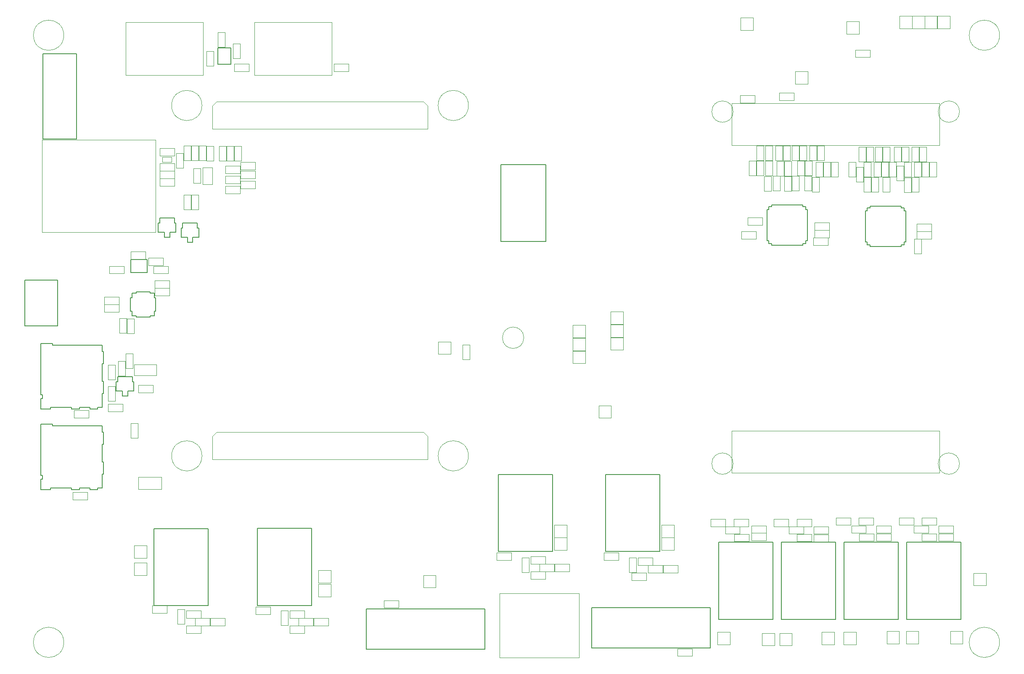
<source format=gbr>
%TF.GenerationSoftware,KiCad,Pcbnew,9.0.2*%
%TF.CreationDate,2025-10-06T13:03:54-05:00*%
%TF.ProjectId,PSEC5_Ctrl_Board,50534543-355f-4437-9472-6c5f426f6172,rev?*%
%TF.SameCoordinates,Original*%
%TF.FileFunction,Other,User*%
%FSLAX46Y46*%
G04 Gerber Fmt 4.6, Leading zero omitted, Abs format (unit mm)*
G04 Created by KiCad (PCBNEW 9.0.2) date 2025-10-06 13:03:54*
%MOMM*%
%LPD*%
G01*
G04 APERTURE LIST*
%ADD10C,0.050000*%
%ADD11C,0.152400*%
G04 APERTURE END LIST*
D10*
%TO.C,TP21*%
X121940000Y-150388000D02*
X121940000Y-152888000D01*
X121940000Y-150388000D02*
X124440000Y-150388000D01*
X124440000Y-152888000D02*
X121940000Y-152888000D01*
X124440000Y-152888000D02*
X124440000Y-150388000D01*
D11*
%TO.C,U16*%
X176962000Y-157936000D02*
X200838000Y-157936000D01*
X176962000Y-166064000D02*
X176962000Y-157936000D01*
X200838000Y-157936000D02*
X200838000Y-166064000D01*
X200838000Y-166064000D02*
X176962000Y-166064000D01*
D10*
%TO.C,R68*%
X79534000Y-113328000D02*
X80994000Y-113328000D01*
X79534000Y-116288000D02*
X79534000Y-113328000D01*
X80994000Y-113328000D02*
X80994000Y-116288000D01*
X80994000Y-116288000D02*
X79534000Y-116288000D01*
%TO.C,R62*%
X218345000Y-67862000D02*
X219805000Y-67862000D01*
X218345000Y-70822000D02*
X218345000Y-67862000D01*
X219805000Y-67862000D02*
X219805000Y-70822000D01*
X219805000Y-70822000D02*
X218345000Y-70822000D01*
%TO.C,SW2*%
X109040000Y-39912000D02*
X124640000Y-39912000D01*
X109040000Y-50512000D02*
X109040000Y-39912000D01*
X124640000Y-39912000D02*
X124640000Y-50512000D01*
X124640000Y-50512000D02*
X109040000Y-50512000D01*
%TO.C,T1*%
X66304000Y-63553000D02*
X89144000Y-63553000D01*
X66304000Y-82243000D02*
X66304000Y-63553000D01*
X89144000Y-63553000D02*
X89144000Y-82243000D01*
X89144000Y-82243000D02*
X66304000Y-82243000D01*
%TO.C,R18*%
X242360000Y-80550000D02*
X245320000Y-80550000D01*
X242360000Y-82010000D02*
X242360000Y-80550000D01*
X245320000Y-80550000D02*
X245320000Y-82010000D01*
X245320000Y-82010000D02*
X242360000Y-82010000D01*
%TO.C,C27*%
X116122000Y-161576000D02*
X119082000Y-161576000D01*
X116122000Y-163036000D02*
X116122000Y-161576000D01*
X119082000Y-161576000D02*
X119082000Y-163036000D01*
X119082000Y-163036000D02*
X116122000Y-163036000D01*
%TO.C,R83*%
X72688000Y-118142000D02*
X75648000Y-118142000D01*
X72688000Y-119602000D02*
X72688000Y-118142000D01*
X75648000Y-118142000D02*
X75648000Y-119602000D01*
X75648000Y-119602000D02*
X72688000Y-119602000D01*
%TO.C,C7*%
X213392000Y-70910000D02*
X214852000Y-70910000D01*
X213392000Y-73870000D02*
X213392000Y-70910000D01*
X214852000Y-70910000D02*
X214852000Y-73870000D01*
X214852000Y-73870000D02*
X213392000Y-73870000D01*
%TO.C,C122*%
X85642000Y-113062000D02*
X88602000Y-113062000D01*
X85642000Y-114522000D02*
X85642000Y-113062000D01*
X88602000Y-113062000D02*
X88602000Y-114522000D01*
X88602000Y-114522000D02*
X85642000Y-114522000D01*
%TO.C,C18*%
X164636000Y-150654000D02*
X167596000Y-150654000D01*
X164636000Y-152114000D02*
X164636000Y-150654000D01*
X167596000Y-150654000D02*
X167596000Y-152114000D01*
X167596000Y-152114000D02*
X164636000Y-152114000D01*
%TO.C,TP33*%
X173150000Y-106150000D02*
X173150000Y-108650000D01*
X173150000Y-106150000D02*
X175650000Y-106150000D01*
X175650000Y-108650000D02*
X173150000Y-108650000D01*
X175650000Y-108650000D02*
X175650000Y-106150000D01*
%TO.C,R72*%
X210090000Y-64814000D02*
X211550000Y-64814000D01*
X210090000Y-67774000D02*
X210090000Y-64814000D01*
X211550000Y-64814000D02*
X211550000Y-67774000D01*
X211550000Y-67774000D02*
X210090000Y-67774000D01*
%TO.C,R26*%
X106216000Y-69882000D02*
X109176000Y-69882000D01*
X106216000Y-71342000D02*
X106216000Y-69882000D01*
X109176000Y-69882000D02*
X109176000Y-71342000D01*
X109176000Y-71342000D02*
X106216000Y-71342000D01*
%TO.C,C61*%
X96298000Y-74720000D02*
X97758000Y-74720000D01*
X96298000Y-77680000D02*
X96298000Y-74720000D01*
X97758000Y-74720000D02*
X97758000Y-77680000D01*
X97758000Y-77680000D02*
X96298000Y-77680000D01*
%TO.C,C94*%
X83090000Y-106724000D02*
X84550000Y-106724000D01*
X83090000Y-109684000D02*
X83090000Y-106724000D01*
X84550000Y-106724000D02*
X84550000Y-109684000D01*
X84550000Y-109684000D02*
X83090000Y-109684000D01*
D11*
%TO.C,J6*%
X66037399Y-104633400D02*
X66037399Y-106360600D01*
X66037399Y-106360600D02*
X66043000Y-106360600D01*
X66041001Y-115762900D02*
X66041001Y-117871100D01*
X66041001Y-117871100D02*
X67946001Y-117871100D01*
X66043000Y-106360600D02*
X66043000Y-115017400D01*
X66043000Y-115017400D02*
X66357500Y-115017400D01*
X66357500Y-115017400D02*
X66357500Y-115762900D01*
X66357500Y-115762900D02*
X66041001Y-115762900D01*
X67946001Y-117551200D02*
X72243800Y-117551200D01*
X67946001Y-117871100D02*
X67946001Y-117551200D01*
X68399599Y-104633400D02*
X66037399Y-104633400D01*
X68399599Y-104952800D02*
X68399599Y-104633400D01*
X72243800Y-117551200D02*
X72243800Y-117868301D01*
X72243800Y-117868301D02*
X73793200Y-117868301D01*
X73793200Y-117551200D02*
X75943800Y-117551200D01*
X73793200Y-117868301D02*
X73793200Y-117551200D01*
X75943800Y-117551200D02*
X75943800Y-117868301D01*
X75943800Y-117868301D02*
X77493200Y-117868301D01*
X77493200Y-117551200D02*
X78422500Y-117551200D01*
X77493200Y-117868301D02*
X77493200Y-117551200D01*
X78422500Y-104952800D02*
X68399599Y-104952800D01*
X78422500Y-106290110D02*
X78422500Y-104952800D01*
X78422500Y-108753910D02*
X78646000Y-108753910D01*
X78422500Y-112260111D02*
X78422500Y-108753910D01*
X78422500Y-114723911D02*
X78646000Y-114723911D01*
X78422500Y-117551200D02*
X78422500Y-114723911D01*
X78646000Y-106290110D02*
X78422500Y-106290110D01*
X78646000Y-108753910D02*
X78646000Y-106290110D01*
X78646000Y-112260111D02*
X78422500Y-112260111D01*
X78646000Y-114723911D02*
X78646000Y-112260111D01*
D10*
%TO.C,TP2*%
X191028000Y-141244000D02*
X191028000Y-143744000D01*
X191028000Y-141244000D02*
X193528000Y-141244000D01*
X193528000Y-143744000D02*
X191028000Y-143744000D01*
X193528000Y-143744000D02*
X193528000Y-141244000D01*
%TO.C,TP28*%
X246550000Y-38650000D02*
X246550000Y-41150000D01*
X246550000Y-38650000D02*
X249050000Y-38650000D01*
X249050000Y-41150000D02*
X246550000Y-41150000D01*
X249050000Y-41150000D02*
X249050000Y-38650000D01*
%TO.C,H6*%
X152118000Y-56655000D02*
G75*
G02*
X146018000Y-56655000I-3050000J0D01*
G01*
X146018000Y-56655000D02*
G75*
G02*
X152118000Y-56655000I3050000J0D01*
G01*
D11*
%TO.C,J7*%
X158661100Y-68618100D02*
X158661100Y-84086700D01*
X158661100Y-84086700D02*
X167728900Y-84086700D01*
X167728900Y-68618100D02*
X158661100Y-68618100D01*
X167728900Y-84086700D02*
X167728900Y-68618100D01*
D10*
%TO.C,C22*%
X203820000Y-141570000D02*
X206780000Y-141570000D01*
X203820000Y-143030000D02*
X203820000Y-141570000D01*
X206780000Y-141570000D02*
X206780000Y-143030000D01*
X206780000Y-143030000D02*
X203820000Y-143030000D01*
%TO.C,C66*%
X83344000Y-99625000D02*
X84804000Y-99625000D01*
X83344000Y-102585000D02*
X83344000Y-99625000D01*
X84804000Y-99625000D02*
X84804000Y-102585000D01*
X84804000Y-102585000D02*
X83344000Y-102585000D01*
%TO.C,C4*%
X184956000Y-150908000D02*
X187916000Y-150908000D01*
X184956000Y-152368000D02*
X184956000Y-150908000D01*
X187916000Y-150908000D02*
X187916000Y-152368000D01*
X187916000Y-152368000D02*
X184956000Y-152368000D01*
%TO.C,TP31*%
X173150000Y-100950000D02*
X173150000Y-103450000D01*
X173150000Y-100950000D02*
X175650000Y-100950000D01*
X175650000Y-103450000D02*
X173150000Y-103450000D01*
X175650000Y-103450000D02*
X175650000Y-100950000D01*
%TO.C,R53*%
X213900000Y-64814000D02*
X215360000Y-64814000D01*
X213900000Y-67774000D02*
X213900000Y-64814000D01*
X215360000Y-64814000D02*
X215360000Y-67774000D01*
X215360000Y-67774000D02*
X213900000Y-67774000D01*
%TO.C,R28*%
X106216000Y-68104000D02*
X109176000Y-68104000D01*
X106216000Y-69564000D02*
X106216000Y-68104000D01*
X109176000Y-68104000D02*
X109176000Y-69564000D01*
X109176000Y-69564000D02*
X106216000Y-69564000D01*
%TO.C,C20*%
X216620000Y-141570000D02*
X219580000Y-141570000D01*
X216620000Y-143030000D02*
X216620000Y-141570000D01*
X219580000Y-141570000D02*
X219580000Y-143030000D01*
X219580000Y-143030000D02*
X216620000Y-143030000D01*
%TO.C,R15*%
X241332000Y-65068000D02*
X242792000Y-65068000D01*
X241332000Y-68028000D02*
X241332000Y-65068000D01*
X242792000Y-65068000D02*
X242792000Y-68028000D01*
X242792000Y-68028000D02*
X241332000Y-68028000D01*
%TO.C,R42*%
X230820000Y-142970000D02*
X233780000Y-142970000D01*
X230820000Y-144430000D02*
X230820000Y-142970000D01*
X233780000Y-142970000D02*
X233780000Y-144430000D01*
X233780000Y-144430000D02*
X230820000Y-144430000D01*
%TO.C,R98*%
X211868000Y-67862000D02*
X213328000Y-67862000D01*
X211868000Y-70822000D02*
X211868000Y-67862000D01*
X213328000Y-67862000D02*
X213328000Y-70822000D01*
X213328000Y-70822000D02*
X211868000Y-70822000D01*
%TO.C,R25*%
X235490000Y-65068000D02*
X236950000Y-65068000D01*
X235490000Y-68028000D02*
X235490000Y-65068000D01*
X236950000Y-65068000D02*
X236950000Y-68028000D01*
X236950000Y-68028000D02*
X235490000Y-68028000D01*
%TO.C,C74*%
X228632000Y-68116000D02*
X230092000Y-68116000D01*
X228632000Y-71076000D02*
X228632000Y-68116000D01*
X230092000Y-68116000D02*
X230092000Y-71076000D01*
X230092000Y-71076000D02*
X228632000Y-71076000D01*
%TO.C,R58*%
X81566000Y-108248000D02*
X83026000Y-108248000D01*
X81566000Y-111208000D02*
X81566000Y-108248000D01*
X83026000Y-108248000D02*
X83026000Y-111208000D01*
X83026000Y-111208000D02*
X81566000Y-111208000D01*
%TO.C,C12*%
X234220000Y-141370000D02*
X237180000Y-141370000D01*
X234220000Y-142830000D02*
X234220000Y-141370000D01*
X237180000Y-141370000D02*
X237180000Y-142830000D01*
X237180000Y-142830000D02*
X234220000Y-142830000D01*
%TO.C,SW1*%
X83132000Y-39912000D02*
X98732000Y-39912000D01*
X83132000Y-50512000D02*
X83132000Y-39912000D01*
X98732000Y-39912000D02*
X98732000Y-50512000D01*
X98732000Y-50512000D02*
X83132000Y-50512000D01*
%TO.C,C109*%
X207054000Y-82074000D02*
X210014000Y-82074000D01*
X207054000Y-83534000D02*
X207054000Y-82074000D01*
X210014000Y-82074000D02*
X210014000Y-83534000D01*
X210014000Y-83534000D02*
X207054000Y-83534000D01*
D11*
%TO.C,LDO4*%
X109601000Y-141935200D02*
X120523000Y-141935200D01*
X109601000Y-157454600D02*
X109601000Y-141935200D01*
X120523000Y-141935200D02*
X120523000Y-157454600D01*
X120523000Y-157454600D02*
X109601000Y-157454600D01*
D10*
%TO.C,R51*%
X217202000Y-64814000D02*
X218662000Y-64814000D01*
X217202000Y-67774000D02*
X217202000Y-64814000D01*
X218662000Y-64814000D02*
X218662000Y-67774000D01*
X218662000Y-67774000D02*
X217202000Y-67774000D01*
%TO.C,R14*%
X100120000Y-160052000D02*
X103080000Y-160052000D01*
X100120000Y-161512000D02*
X100120000Y-160052000D01*
X103080000Y-160052000D02*
X103080000Y-161512000D01*
X103080000Y-161512000D02*
X100120000Y-161512000D01*
%TO.C,C46*%
X89973000Y-71406000D02*
X92933000Y-71406000D01*
X89973000Y-72866000D02*
X89973000Y-71406000D01*
X92933000Y-71406000D02*
X92933000Y-72866000D01*
X92933000Y-72866000D02*
X89973000Y-72866000D01*
%TO.C,C21*%
X104934000Y-64827000D02*
X106394000Y-64827000D01*
X104934000Y-67787000D02*
X104934000Y-64827000D01*
X106394000Y-64827000D02*
X106394000Y-67787000D01*
X106394000Y-67787000D02*
X104934000Y-67787000D01*
%TO.C,R29*%
X194220000Y-166170000D02*
X197180000Y-166170000D01*
X194220000Y-167630000D02*
X194220000Y-166170000D01*
X197180000Y-166170000D02*
X197180000Y-167630000D01*
X197180000Y-167630000D02*
X194220000Y-167630000D01*
%TO.C,C3*%
X246820000Y-141370000D02*
X249780000Y-141370000D01*
X246820000Y-142830000D02*
X246820000Y-141370000D01*
X249780000Y-141370000D02*
X249780000Y-142830000D01*
X249780000Y-142830000D02*
X246820000Y-142830000D01*
D11*
%TO.C,ADC2*%
X212242400Y-77637000D02*
X212547200Y-77637000D01*
X212242400Y-83899000D02*
X212242400Y-77637000D01*
X212547200Y-77008800D02*
X213175400Y-77008800D01*
X212547200Y-77637000D02*
X212547200Y-77008800D01*
X212547200Y-83899000D02*
X212242400Y-83899000D01*
X212547200Y-84527200D02*
X212547200Y-83899000D01*
X213175400Y-76704000D02*
X219437400Y-76704000D01*
X213175400Y-77008800D02*
X213175400Y-76704000D01*
X213175400Y-84527200D02*
X212547200Y-84527200D01*
X213175400Y-84832000D02*
X213175400Y-84527200D01*
X219437400Y-76704000D02*
X219437400Y-77008800D01*
X219437400Y-77008800D02*
X220065600Y-77008800D01*
X219437400Y-84527200D02*
X219437400Y-84832000D01*
X219437400Y-84832000D02*
X213175400Y-84832000D01*
X220065600Y-77008800D02*
X220065600Y-77637000D01*
X220065600Y-77637000D02*
X220370400Y-77637000D01*
X220065600Y-83899000D02*
X220065600Y-84527200D01*
X220065600Y-84527200D02*
X219437400Y-84527200D01*
X220370400Y-77637000D02*
X220370400Y-83899000D01*
X220370400Y-83899000D02*
X220065600Y-83899000D01*
%TO.C,U12*%
X101703899Y-45048000D02*
X104320099Y-45048000D01*
X101703899Y-48356000D02*
X101703899Y-45048000D01*
X104320099Y-45048000D02*
X104320099Y-48356000D01*
X104320099Y-48356000D02*
X101703899Y-48356000D01*
D10*
%TO.C,R38*%
X221620000Y-143170000D02*
X224580000Y-143170000D01*
X221620000Y-144630000D02*
X221620000Y-143170000D01*
X224580000Y-143170000D02*
X224580000Y-144630000D01*
X224580000Y-144630000D02*
X221620000Y-144630000D01*
%TO.C,C52*%
X99359000Y-64827000D02*
X100819000Y-64827000D01*
X99359000Y-67787000D02*
X99359000Y-64827000D01*
X100819000Y-64827000D02*
X100819000Y-67787000D01*
X100819000Y-67787000D02*
X99359000Y-67787000D01*
%TO.C,R96*%
X222028000Y-68116000D02*
X223488000Y-68116000D01*
X222028000Y-71076000D02*
X222028000Y-68116000D01*
X223488000Y-68116000D02*
X223488000Y-71076000D01*
X223488000Y-71076000D02*
X222028000Y-71076000D01*
%TO.C,C15*%
X93504000Y-158286000D02*
X94964000Y-158286000D01*
X93504000Y-161246000D02*
X93504000Y-158286000D01*
X94964000Y-158286000D02*
X94964000Y-161246000D01*
X94964000Y-161246000D02*
X93504000Y-161246000D01*
%TO.C,TP32*%
X173150000Y-103550000D02*
X173150000Y-106050000D01*
X173150000Y-103550000D02*
X175650000Y-103550000D01*
X175650000Y-106050000D02*
X173150000Y-106050000D01*
X175650000Y-106050000D02*
X175650000Y-103550000D01*
%TO.C,R86*%
X214674000Y-54134000D02*
X217634000Y-54134000D01*
X214674000Y-55594000D02*
X214674000Y-54134000D01*
X217634000Y-54134000D02*
X217634000Y-55594000D01*
X217634000Y-55594000D02*
X214674000Y-55594000D01*
%TO.C,TP8*%
X227650000Y-162850000D02*
X227650000Y-165350000D01*
X227650000Y-162850000D02*
X230150000Y-162850000D01*
X230150000Y-165350000D02*
X227650000Y-165350000D01*
X230150000Y-165350000D02*
X230150000Y-162850000D01*
%TO.C,TP15*%
X178350000Y-117150000D02*
X178350000Y-119650000D01*
X178350000Y-117150000D02*
X180850000Y-117150000D01*
X180850000Y-119650000D02*
X178350000Y-119650000D01*
X180850000Y-119650000D02*
X180850000Y-117150000D01*
D11*
%TO.C,J12*%
X66430400Y-46214800D02*
X66430400Y-63385200D01*
X66430400Y-63385200D02*
X73237600Y-63385200D01*
X73237600Y-46214800D02*
X66430400Y-46214800D01*
X73237600Y-63385200D02*
X73237600Y-46214800D01*
D10*
%TO.C,R80*%
X241840000Y-68116000D02*
X243300000Y-68116000D01*
X241840000Y-71076000D02*
X241840000Y-68116000D01*
X243300000Y-68116000D02*
X243300000Y-71076000D01*
X243300000Y-71076000D02*
X241840000Y-71076000D01*
D11*
%TO.C,Q4*%
X81216500Y-112331500D02*
X81511100Y-112331500D01*
X81216500Y-114236500D02*
X81216500Y-112331500D01*
X81216500Y-114236500D02*
X82461100Y-114236500D01*
X81511100Y-112331500D02*
X81511100Y-111353600D01*
X82461100Y-114236500D02*
X82461100Y-115214400D01*
X83527900Y-114236500D02*
X83527900Y-115214400D01*
X83527900Y-115214400D02*
X82461100Y-115214400D01*
X84477900Y-111353600D02*
X81511100Y-111353600D01*
X84477900Y-112331500D02*
X84477900Y-111353600D01*
X84772500Y-112331500D02*
X84477900Y-112331500D01*
X84772500Y-112331500D02*
X84772500Y-114236500D01*
X84772500Y-114236500D02*
X83527900Y-114236500D01*
D10*
%TO.C,R54*%
X211868000Y-64814000D02*
X213328000Y-64814000D01*
X211868000Y-67774000D02*
X211868000Y-64814000D01*
X213328000Y-64814000D02*
X213328000Y-67774000D01*
X213328000Y-67774000D02*
X211868000Y-67774000D01*
D11*
%TO.C,J3*%
X66037399Y-120889400D02*
X66037399Y-122616600D01*
X66037399Y-122616600D02*
X66043000Y-122616600D01*
X66041001Y-132018900D02*
X66041001Y-134127100D01*
X66041001Y-134127100D02*
X67946001Y-134127100D01*
X66043000Y-122616600D02*
X66043000Y-131273400D01*
X66043000Y-131273400D02*
X66357500Y-131273400D01*
X66357500Y-131273400D02*
X66357500Y-132018900D01*
X66357500Y-132018900D02*
X66041001Y-132018900D01*
X67946001Y-133807200D02*
X72243800Y-133807200D01*
X67946001Y-134127100D02*
X67946001Y-133807200D01*
X68399599Y-120889400D02*
X66037399Y-120889400D01*
X68399599Y-121208800D02*
X68399599Y-120889400D01*
X72243800Y-133807200D02*
X72243800Y-134124301D01*
X72243800Y-134124301D02*
X73793200Y-134124301D01*
X73793200Y-133807200D02*
X75943800Y-133807200D01*
X73793200Y-134124301D02*
X73793200Y-133807200D01*
X75943800Y-133807200D02*
X75943800Y-134124301D01*
X75943800Y-134124301D02*
X77493200Y-134124301D01*
X77493200Y-133807200D02*
X78422500Y-133807200D01*
X77493200Y-134124301D02*
X77493200Y-133807200D01*
X78422500Y-121208800D02*
X68399599Y-121208800D01*
X78422500Y-122546110D02*
X78422500Y-121208800D01*
X78422500Y-125009910D02*
X78646000Y-125009910D01*
X78422500Y-128516111D02*
X78422500Y-125009910D01*
X78422500Y-130979911D02*
X78646000Y-130979911D01*
X78422500Y-133807200D02*
X78422500Y-130979911D01*
X78646000Y-122546110D02*
X78422500Y-122546110D01*
X78646000Y-125009910D02*
X78646000Y-122546110D01*
X78646000Y-128516111D02*
X78422500Y-128516111D01*
X78646000Y-130979911D02*
X78646000Y-128516111D01*
D10*
%TO.C,TP4*%
X169438000Y-141244000D02*
X169438000Y-143744000D01*
X169438000Y-141244000D02*
X171938000Y-141244000D01*
X171938000Y-143744000D02*
X169438000Y-143744000D01*
X171938000Y-143744000D02*
X171938000Y-141244000D01*
%TO.C,TP17*%
X253850000Y-150950000D02*
X253850000Y-153450000D01*
X253850000Y-150950000D02*
X256350000Y-150950000D01*
X256350000Y-153450000D02*
X253850000Y-153450000D01*
X256350000Y-153450000D02*
X256350000Y-150950000D01*
%TO.C,TP6*%
X214750000Y-163050000D02*
X214750000Y-165550000D01*
X214750000Y-163050000D02*
X217250000Y-163050000D01*
X217250000Y-165550000D02*
X214750000Y-165550000D01*
X217250000Y-165550000D02*
X217250000Y-163050000D01*
%TO.C,TP23*%
X84856000Y-145414000D02*
X84856000Y-147914000D01*
X84856000Y-145414000D02*
X87356000Y-145414000D01*
X87356000Y-147914000D02*
X84856000Y-147914000D01*
X87356000Y-147914000D02*
X87356000Y-145414000D01*
%TO.C,C111*%
X241840000Y-83610000D02*
X243300000Y-83610000D01*
X241840000Y-86570000D02*
X241840000Y-83610000D01*
X243300000Y-83610000D02*
X243300000Y-86570000D01*
X243300000Y-86570000D02*
X241840000Y-86570000D01*
%TO.C,R101*%
X243420000Y-139770000D02*
X246380000Y-139770000D01*
X243420000Y-141230000D02*
X243420000Y-139770000D01*
X246380000Y-139770000D02*
X246380000Y-141230000D01*
X246380000Y-141230000D02*
X243420000Y-141230000D01*
%TO.C,R13*%
X95294000Y-158528000D02*
X98254000Y-158528000D01*
X95294000Y-159988000D02*
X95294000Y-158528000D01*
X98254000Y-158528000D02*
X98254000Y-159988000D01*
X98254000Y-159988000D02*
X95294000Y-159988000D01*
%TO.C,H2*%
X259050000Y-42500000D02*
G75*
G02*
X252950000Y-42500000I-3050000J0D01*
G01*
X252950000Y-42500000D02*
G75*
G02*
X259050000Y-42500000I3050000J0D01*
G01*
%TO.C,R46*%
X232188000Y-65068000D02*
X233648000Y-65068000D01*
X232188000Y-68028000D02*
X232188000Y-65068000D01*
X233648000Y-65068000D02*
X233648000Y-68028000D01*
X233648000Y-68028000D02*
X232188000Y-68028000D01*
%TO.C,R12*%
X88436000Y-157512000D02*
X91396000Y-157512000D01*
X88436000Y-158972000D02*
X88436000Y-157512000D01*
X91396000Y-157512000D02*
X91396000Y-158972000D01*
X91396000Y-158972000D02*
X88436000Y-158972000D01*
%TO.C,C77*%
X233204000Y-71164000D02*
X234664000Y-71164000D01*
X233204000Y-74124000D02*
X233204000Y-71164000D01*
X234664000Y-71164000D02*
X234664000Y-74124000D01*
X234664000Y-74124000D02*
X233204000Y-74124000D01*
%TO.C,R103*%
X117900000Y-160052000D02*
X120860000Y-160052000D01*
X117900000Y-161512000D02*
X117900000Y-160052000D01*
X120860000Y-160052000D02*
X120860000Y-161512000D01*
X120860000Y-161512000D02*
X117900000Y-161512000D01*
%TO.C,R90*%
X238284000Y-68878000D02*
X239744000Y-68878000D01*
X238284000Y-71838000D02*
X238284000Y-68878000D01*
X239744000Y-68878000D02*
X239744000Y-71838000D01*
X239744000Y-71838000D02*
X238284000Y-71838000D01*
%TO.C,FB2*%
X84780500Y-108862000D02*
X89340500Y-108862000D01*
X84780500Y-111102000D02*
X84780500Y-108862000D01*
X89340500Y-108862000D02*
X89340500Y-111102000D01*
X89340500Y-111102000D02*
X84780500Y-111102000D01*
D11*
%TO.C,U9*%
X84061300Y-95392600D02*
X84366100Y-95392600D01*
X84061300Y-98155400D02*
X84061300Y-95392600D01*
X84366100Y-94526100D02*
X85232600Y-94526100D01*
X84366100Y-95392600D02*
X84366100Y-94526100D01*
X84366100Y-98155400D02*
X84061300Y-98155400D01*
X84366100Y-99021900D02*
X84366100Y-98155400D01*
X85232600Y-94221300D02*
X87995400Y-94221300D01*
X85232600Y-94526100D02*
X85232600Y-94221300D01*
X85232600Y-99021900D02*
X84366100Y-99021900D01*
X85232600Y-99326700D02*
X85232600Y-99021900D01*
X87995400Y-94221300D02*
X87995400Y-94526100D01*
X87995400Y-94526100D02*
X88861900Y-94526100D01*
X87995400Y-99021900D02*
X87995400Y-99326700D01*
X87995400Y-99326700D02*
X85232600Y-99326700D01*
X88861900Y-94526100D02*
X88861900Y-95392600D01*
X88861900Y-95392600D02*
X89166700Y-95392600D01*
X88861900Y-98155400D02*
X88861900Y-99021900D01*
X88861900Y-99021900D02*
X87995400Y-99021900D01*
X89166700Y-95392600D02*
X89166700Y-98155400D01*
X89166700Y-98155400D02*
X88861900Y-98155400D01*
D10*
%TO.C,C26*%
X95294000Y-161576000D02*
X98254000Y-161576000D01*
X95294000Y-163036000D02*
X95294000Y-161576000D01*
X98254000Y-161576000D02*
X98254000Y-163036000D01*
X98254000Y-163036000D02*
X95294000Y-163036000D01*
%TO.C,R33*%
X191369000Y-149384000D02*
X194329000Y-149384000D01*
X191369000Y-150844000D02*
X191369000Y-149384000D01*
X194329000Y-149384000D02*
X194329000Y-150844000D01*
X194329000Y-150844000D02*
X191369000Y-150844000D01*
%TO.C,C63*%
X94800000Y-74720000D02*
X96260000Y-74720000D01*
X94800000Y-77680000D02*
X94800000Y-74720000D01*
X96260000Y-74720000D02*
X96260000Y-77680000D01*
X96260000Y-77680000D02*
X94800000Y-77680000D01*
%TO.C,C49*%
X96298000Y-64814000D02*
X97758000Y-64814000D01*
X96298000Y-67774000D02*
X96298000Y-64814000D01*
X97758000Y-64814000D02*
X97758000Y-67774000D01*
X97758000Y-67774000D02*
X96298000Y-67774000D01*
%TO.C,C48*%
X89973000Y-69882000D02*
X92933000Y-69882000D01*
X89973000Y-71342000D02*
X89973000Y-69882000D01*
X92933000Y-69882000D02*
X92933000Y-71342000D01*
X92933000Y-71342000D02*
X89973000Y-71342000D01*
%TO.C,C25*%
X221266000Y-71164000D02*
X222726000Y-71164000D01*
X221266000Y-74124000D02*
X221266000Y-71164000D01*
X222726000Y-71164000D02*
X222726000Y-74124000D01*
X222726000Y-74124000D02*
X221266000Y-74124000D01*
%TO.C,J10*%
X100583000Y-56756000D02*
X101415000Y-55924000D01*
X100583000Y-61424000D02*
X100583000Y-56756000D01*
X101415000Y-55924000D02*
X143071000Y-55924000D01*
X143071000Y-55924000D02*
X143903000Y-56756000D01*
X143903000Y-56756000D02*
X143903000Y-61424000D01*
X143903000Y-61424000D02*
X100583000Y-61424000D01*
%TO.C,TP13*%
X211250000Y-163050000D02*
X211250000Y-165550000D01*
X211250000Y-163050000D02*
X213750000Y-163050000D01*
X213750000Y-165550000D02*
X211250000Y-165550000D01*
X213750000Y-165550000D02*
X213750000Y-163050000D01*
%TO.C,R36*%
X169462000Y-149130000D02*
X172422000Y-149130000D01*
X169462000Y-150590000D02*
X169462000Y-149130000D01*
X172422000Y-149130000D02*
X172422000Y-150590000D01*
X172422000Y-150590000D02*
X169462000Y-150590000D01*
%TO.C,C98*%
X244888000Y-68116000D02*
X246348000Y-68116000D01*
X244888000Y-71076000D02*
X244888000Y-68116000D01*
X246348000Y-68116000D02*
X246348000Y-71076000D01*
X246348000Y-71076000D02*
X244888000Y-71076000D01*
%TO.C,R99*%
X210090000Y-67862000D02*
X211550000Y-67862000D01*
X210090000Y-70822000D02*
X210090000Y-67862000D01*
X211550000Y-67862000D02*
X211550000Y-70822000D01*
X211550000Y-70822000D02*
X210090000Y-70822000D01*
%TO.C,H1*%
X70650000Y-42500000D02*
G75*
G02*
X64550000Y-42500000I-3050000J0D01*
G01*
X64550000Y-42500000D02*
G75*
G02*
X70650000Y-42500000I3050000J0D01*
G01*
%TO.C,TP1*%
X191028000Y-143784000D02*
X191028000Y-146284000D01*
X191028000Y-143784000D02*
X193528000Y-143784000D01*
X193528000Y-146284000D02*
X191028000Y-146284000D01*
X193528000Y-146284000D02*
X193528000Y-143784000D01*
%TO.C,R107*%
X218220000Y-140070000D02*
X221180000Y-140070000D01*
X218220000Y-141530000D02*
X218220000Y-140070000D01*
X221180000Y-140070000D02*
X221180000Y-141530000D01*
X221180000Y-141530000D02*
X218220000Y-141530000D01*
%TO.C,R87*%
X78784000Y-96806000D02*
X81744000Y-96806000D01*
X78784000Y-98266000D02*
X78784000Y-96806000D01*
X81744000Y-96806000D02*
X81744000Y-98266000D01*
X81744000Y-98266000D02*
X78784000Y-98266000D01*
%TO.C,TP16*%
X143050000Y-151350000D02*
X143050000Y-153850000D01*
X143050000Y-151350000D02*
X145550000Y-151350000D01*
X145550000Y-153850000D02*
X143050000Y-153850000D01*
X145550000Y-153850000D02*
X145550000Y-151350000D01*
%TO.C,C45*%
X79800000Y-89046300D02*
X82760000Y-89046300D01*
X79800000Y-90506300D02*
X79800000Y-89046300D01*
X82760000Y-89046300D02*
X82760000Y-90506300D01*
X82760000Y-90506300D02*
X79800000Y-90506300D01*
%TO.C,J5*%
X100583000Y-123368000D02*
X101415000Y-122536000D01*
X100583000Y-128036000D02*
X100583000Y-123368000D01*
X101415000Y-122536000D02*
X143071000Y-122536000D01*
X143071000Y-122536000D02*
X143903000Y-123368000D01*
X143903000Y-123368000D02*
X143903000Y-128036000D01*
X143903000Y-128036000D02*
X100583000Y-128036000D01*
%TO.C,R41*%
X234220000Y-142970000D02*
X237180000Y-142970000D01*
X234220000Y-144430000D02*
X234220000Y-142970000D01*
X237180000Y-142970000D02*
X237180000Y-144430000D01*
X237180000Y-144430000D02*
X234220000Y-144430000D01*
%TO.C,R20*%
X221849000Y-81820000D02*
X224809000Y-81820000D01*
X221849000Y-83280000D02*
X221849000Y-81820000D01*
X224809000Y-81820000D02*
X224809000Y-83280000D01*
X224809000Y-83280000D02*
X221849000Y-83280000D01*
%TO.C,R93*%
X230156000Y-69069000D02*
X231616000Y-69069000D01*
X230156000Y-72029000D02*
X230156000Y-69069000D01*
X231616000Y-69069000D02*
X231616000Y-72029000D01*
X231616000Y-72029000D02*
X230156000Y-72029000D01*
%TO.C,TP7*%
X236350000Y-162650000D02*
X236350000Y-165150000D01*
X236350000Y-162650000D02*
X238850000Y-162650000D01*
X238850000Y-165150000D02*
X236350000Y-165150000D01*
X238850000Y-165150000D02*
X238850000Y-162650000D01*
%TO.C,H4*%
X259050000Y-164900000D02*
G75*
G02*
X252950000Y-164900000I-3050000J0D01*
G01*
X252950000Y-164900000D02*
G75*
G02*
X259050000Y-164900000I3050000J0D01*
G01*
%TO.C,R92*%
X231680000Y-68116000D02*
X233140000Y-68116000D01*
X231680000Y-71076000D02*
X231680000Y-68116000D01*
X233140000Y-68116000D02*
X233140000Y-71076000D01*
X233140000Y-71076000D02*
X231680000Y-71076000D01*
%TO.C,H5*%
X98468000Y-56655000D02*
G75*
G02*
X92368000Y-56655000I-3050000J0D01*
G01*
X92368000Y-56655000D02*
G75*
G02*
X98468000Y-56655000I3050000J0D01*
G01*
%TO.C,C14*%
X114332000Y-158540000D02*
X115792000Y-158540000D01*
X114332000Y-161500000D02*
X114332000Y-158540000D01*
X115792000Y-158540000D02*
X115792000Y-161500000D01*
X115792000Y-161500000D02*
X114332000Y-161500000D01*
%TO.C,C119*%
X101886000Y-64827000D02*
X103346000Y-64827000D01*
X101886000Y-67787000D02*
X101886000Y-64827000D01*
X103346000Y-64827000D02*
X103346000Y-67787000D01*
X103346000Y-67787000D02*
X101886000Y-67787000D01*
%TO.C,C80*%
X235490000Y-71164000D02*
X236950000Y-71164000D01*
X235490000Y-74124000D02*
X235490000Y-71164000D01*
X236950000Y-71164000D02*
X236950000Y-74124000D01*
X236950000Y-74124000D02*
X235490000Y-74124000D01*
%TO.C,TP11*%
X146070000Y-104287000D02*
X146070000Y-106787000D01*
X146070000Y-104287000D02*
X148570000Y-104287000D01*
X148570000Y-106787000D02*
X146070000Y-106787000D01*
X148570000Y-106787000D02*
X148570000Y-104287000D01*
%TO.C,R66*%
X79534000Y-109010000D02*
X80994000Y-109010000D01*
X79534000Y-111970000D02*
X79534000Y-109010000D01*
X80994000Y-109010000D02*
X80994000Y-111970000D01*
X80994000Y-111970000D02*
X79534000Y-111970000D01*
D11*
%TO.C,LDO9*%
X227739000Y-144740300D02*
X238661000Y-144740300D01*
X227739000Y-160259700D02*
X227739000Y-144740300D01*
X238661000Y-144740300D02*
X238661000Y-160259700D01*
X238661000Y-160259700D02*
X227739000Y-160259700D01*
D10*
%TO.C,R22*%
X93250000Y-66338000D02*
X94710000Y-66338000D01*
X93250000Y-69298000D02*
X93250000Y-66338000D01*
X94710000Y-66338000D02*
X94710000Y-69298000D01*
X94710000Y-69298000D02*
X93250000Y-69298000D01*
%TO.C,JP1*%
X85700000Y-131550000D02*
X85700000Y-134050000D01*
X85700000Y-131550000D02*
X90300000Y-131550000D01*
X90300000Y-134050000D02*
X85700000Y-134050000D01*
X90300000Y-134050000D02*
X90300000Y-131550000D01*
%TO.C,R45*%
X243420000Y-142970000D02*
X246380000Y-142970000D01*
X243420000Y-144430000D02*
X243420000Y-142970000D01*
X246380000Y-142970000D02*
X246380000Y-144430000D01*
X246380000Y-144430000D02*
X243420000Y-144430000D01*
%TO.C,R39*%
X218220000Y-143070000D02*
X221180000Y-143070000D01*
X218220000Y-144530000D02*
X218220000Y-143070000D01*
X221180000Y-143070000D02*
X221180000Y-144530000D01*
X221180000Y-144530000D02*
X218220000Y-144530000D01*
%TO.C,C9*%
X215678000Y-70923000D02*
X217138000Y-70923000D01*
X215678000Y-73883000D02*
X215678000Y-70923000D01*
X217138000Y-70923000D02*
X217138000Y-73883000D01*
X217138000Y-73883000D02*
X215678000Y-73883000D01*
D11*
%TO.C,LDO8*%
X158115000Y-131051300D02*
X169037000Y-131051300D01*
X158115000Y-146570700D02*
X158115000Y-131051300D01*
X169037000Y-131051300D02*
X169037000Y-146570700D01*
X169037000Y-146570700D02*
X158115000Y-146570700D01*
D10*
%TO.C,C13*%
X221620000Y-141570000D02*
X224580000Y-141570000D01*
X221620000Y-143030000D02*
X221620000Y-141570000D01*
X224580000Y-141570000D02*
X224580000Y-143030000D01*
X224580000Y-143030000D02*
X221620000Y-143030000D01*
%TO.C,C72*%
X104680000Y-44240000D02*
X106140000Y-44240000D01*
X104680000Y-47200000D02*
X104680000Y-44240000D01*
X106140000Y-44240000D02*
X106140000Y-47200000D01*
X106140000Y-47200000D02*
X104680000Y-47200000D01*
%TO.C,R44*%
X246820000Y-142970000D02*
X249780000Y-142970000D01*
X246820000Y-144430000D02*
X246820000Y-142970000D01*
X249780000Y-142970000D02*
X249780000Y-144430000D01*
X249780000Y-144430000D02*
X246820000Y-144430000D01*
%TO.C,C93*%
X239808000Y-71177000D02*
X241268000Y-71177000D01*
X239808000Y-74137000D02*
X239808000Y-71177000D01*
X241268000Y-71177000D02*
X241268000Y-74137000D01*
X241268000Y-74137000D02*
X239808000Y-74137000D01*
D11*
%TO.C,J14*%
X62795903Y-91896700D02*
X62795903Y-101103300D01*
X62795903Y-101103300D02*
X69402101Y-101103300D01*
X69402101Y-91896700D02*
X62795903Y-91896700D01*
X69402101Y-101103300D02*
X69402101Y-91896700D01*
D10*
%TO.C,R59*%
X209095000Y-142870000D02*
X212055000Y-142870000D01*
X209095000Y-144330000D02*
X209095000Y-142870000D01*
X212055000Y-142870000D02*
X212055000Y-144330000D01*
X212055000Y-144330000D02*
X209095000Y-144330000D01*
%TO.C,H7*%
X98468000Y-127305000D02*
G75*
G02*
X92368000Y-127305000I-3050000J0D01*
G01*
X92368000Y-127305000D02*
G75*
G02*
X98468000Y-127305000I3050000J0D01*
G01*
D11*
%TO.C,Q8*%
X89662000Y-80327500D02*
X89956600Y-80327500D01*
X89662000Y-82232500D02*
X89662000Y-80327500D01*
X89662000Y-82232500D02*
X90906600Y-82232500D01*
X89956600Y-80327500D02*
X89956600Y-79349600D01*
X90906600Y-82232500D02*
X90906600Y-83210400D01*
X91973400Y-82232500D02*
X91973400Y-83210400D01*
X91973400Y-83210400D02*
X90906600Y-83210400D01*
X92923400Y-79349600D02*
X89956600Y-79349600D01*
X92923400Y-80327500D02*
X92923400Y-79349600D01*
X93218000Y-80327500D02*
X92923400Y-80327500D01*
X93218000Y-80327500D02*
X93218000Y-82232500D01*
X93218000Y-82232500D02*
X91973400Y-82232500D01*
D10*
%TO.C,TP30*%
X180750000Y-103450000D02*
X180750000Y-105950000D01*
X180750000Y-103450000D02*
X183250000Y-103450000D01*
X183250000Y-105950000D02*
X180750000Y-105950000D01*
X183250000Y-105950000D02*
X183250000Y-103450000D01*
%TO.C,R40*%
X213620000Y-140070000D02*
X216580000Y-140070000D01*
X213620000Y-141530000D02*
X213620000Y-140070000D01*
X216580000Y-140070000D02*
X216580000Y-141530000D01*
X216580000Y-141530000D02*
X213620000Y-141530000D01*
%TO.C,R55*%
X238820000Y-139770000D02*
X241780000Y-139770000D01*
X238820000Y-141230000D02*
X238820000Y-139770000D01*
X241780000Y-139770000D02*
X241780000Y-141230000D01*
X241780000Y-141230000D02*
X238820000Y-141230000D01*
%TO.C,R27*%
X103168000Y-68866000D02*
X106128000Y-68866000D01*
X103168000Y-70326000D02*
X103168000Y-68866000D01*
X106128000Y-68866000D02*
X106128000Y-70326000D01*
X106128000Y-70326000D02*
X103168000Y-70326000D01*
%TO.C,R34*%
X186226000Y-147860000D02*
X189186000Y-147860000D01*
X186226000Y-149320000D02*
X186226000Y-147860000D01*
X189186000Y-147860000D02*
X189186000Y-149320000D01*
X189186000Y-149320000D02*
X186226000Y-149320000D01*
%TO.C,R2*%
X109264000Y-157766000D02*
X112224000Y-157766000D01*
X109264000Y-159226000D02*
X109264000Y-157766000D01*
X112224000Y-157766000D02*
X112224000Y-159226000D01*
X112224000Y-159226000D02*
X109264000Y-159226000D01*
%TO.C,R97*%
X219869000Y-67862000D02*
X221329000Y-67862000D01*
X219869000Y-70822000D02*
X219869000Y-67862000D01*
X221329000Y-67862000D02*
X221329000Y-70822000D01*
X221329000Y-70822000D02*
X219869000Y-70822000D01*
%TO.C,TP19*%
X217952000Y-52304000D02*
X217952000Y-49804000D01*
X217952000Y-52304000D02*
X220452000Y-52304000D01*
X220452000Y-49804000D02*
X217952000Y-49804000D01*
X220452000Y-49804000D02*
X220452000Y-52304000D01*
%TO.C,H14*%
X163267000Y-103487000D02*
G75*
G02*
X158967000Y-103487000I-2150000J0D01*
G01*
X158967000Y-103487000D02*
G75*
G02*
X163267000Y-103487000I2150000J0D01*
G01*
%TO.C,C67*%
X101632000Y-41954000D02*
X103092000Y-41954000D01*
X101632000Y-44914000D02*
X101632000Y-41954000D01*
X103092000Y-41954000D02*
X103092000Y-44914000D01*
X103092000Y-44914000D02*
X101632000Y-44914000D01*
%TO.C,R16*%
X239300000Y-65068000D02*
X240760000Y-65068000D01*
X239300000Y-68028000D02*
X239300000Y-65068000D01*
X240760000Y-65068000D02*
X240760000Y-68028000D01*
X240760000Y-68028000D02*
X239300000Y-68028000D01*
%TO.C,TP27*%
X243950000Y-38650000D02*
X243950000Y-41150000D01*
X243950000Y-38650000D02*
X246450000Y-38650000D01*
X246450000Y-41150000D02*
X243950000Y-41150000D01*
X246450000Y-41150000D02*
X246450000Y-38650000D01*
%TO.C,R35*%
X157778000Y-146844000D02*
X160738000Y-146844000D01*
X157778000Y-148304000D02*
X157778000Y-146844000D01*
X160738000Y-146844000D02*
X160738000Y-148304000D01*
X160738000Y-148304000D02*
X157778000Y-148304000D01*
%TO.C,R8*%
X135120000Y-156470000D02*
X138080000Y-156470000D01*
X135120000Y-157930000D02*
X135120000Y-156470000D01*
X138080000Y-156470000D02*
X138080000Y-157930000D01*
X138080000Y-157930000D02*
X135120000Y-157930000D01*
%TO.C,R102*%
X97072000Y-160052000D02*
X100032000Y-160052000D01*
X97072000Y-161512000D02*
X97072000Y-160052000D01*
X100032000Y-160052000D02*
X100032000Y-161512000D01*
X100032000Y-161512000D02*
X97072000Y-161512000D01*
%TO.C,R104*%
X188258000Y-149384000D02*
X191218000Y-149384000D01*
X188258000Y-150844000D02*
X188258000Y-149384000D01*
X191218000Y-149384000D02*
X191218000Y-150844000D01*
X191218000Y-150844000D02*
X188258000Y-150844000D01*
%TO.C,C121*%
X84106000Y-120707000D02*
X85566000Y-120707000D01*
X84106000Y-123667000D02*
X84106000Y-120707000D01*
X85566000Y-120707000D02*
X85566000Y-123667000D01*
X85566000Y-123667000D02*
X84106000Y-123667000D01*
%TO.C,H3*%
X70650000Y-164900000D02*
G75*
G02*
X64550000Y-164900000I-3050000J0D01*
G01*
X64550000Y-164900000D02*
G75*
G02*
X70650000Y-164900000I3050000J0D01*
G01*
%TO.C,H8*%
X152118000Y-127305000D02*
G75*
G02*
X146018000Y-127305000I-3050000J0D01*
G01*
X146018000Y-127305000D02*
G75*
G02*
X152118000Y-127305000I3050000J0D01*
G01*
%TO.C,R63*%
X215678000Y-67925000D02*
X217138000Y-67925000D01*
X215678000Y-70885000D02*
X215678000Y-67925000D01*
X217138000Y-67925000D02*
X217138000Y-70885000D01*
X217138000Y-70885000D02*
X215678000Y-70885000D01*
%TO.C,C97*%
X241332000Y-71164000D02*
X242792000Y-71164000D01*
X241332000Y-74124000D02*
X241332000Y-71164000D01*
X242792000Y-71164000D02*
X242792000Y-74124000D01*
X242792000Y-74124000D02*
X241332000Y-74124000D01*
%TO.C,R82*%
X205545000Y-140070000D02*
X208505000Y-140070000D01*
X205545000Y-141530000D02*
X205545000Y-140070000D01*
X208505000Y-140070000D02*
X208505000Y-141530000D01*
X208505000Y-141530000D02*
X205545000Y-141530000D01*
D11*
%TO.C,U11*%
X84164000Y-87703901D02*
X87472000Y-87703901D01*
X84164000Y-90320101D02*
X84164000Y-87703901D01*
X87472000Y-87703901D02*
X87472000Y-90320101D01*
X87472000Y-90320101D02*
X84164000Y-90320101D01*
D10*
%TO.C,R23*%
X103168000Y-72930000D02*
X106128000Y-72930000D01*
X103168000Y-74390000D02*
X103168000Y-72930000D01*
X106128000Y-72930000D02*
X106128000Y-74390000D01*
X106128000Y-74390000D02*
X103168000Y-74390000D01*
%TO.C,TP22*%
X121940000Y-153182000D02*
X121940000Y-155682000D01*
X121940000Y-153182000D02*
X124440000Y-153182000D01*
X124440000Y-155682000D02*
X121940000Y-155682000D01*
X124440000Y-155682000D02*
X124440000Y-153182000D01*
%TO.C,C8*%
X184436000Y-147872000D02*
X185896000Y-147872000D01*
X184436000Y-150832000D02*
X184436000Y-147872000D01*
X185896000Y-147872000D02*
X185896000Y-150832000D01*
X185896000Y-150832000D02*
X184436000Y-150832000D01*
%TO.C,TP10*%
X240250000Y-162650000D02*
X240250000Y-165150000D01*
X240250000Y-162650000D02*
X242750000Y-162650000D01*
X242750000Y-165150000D02*
X240250000Y-165150000D01*
X242750000Y-165150000D02*
X242750000Y-162650000D01*
%TO.C,TP20*%
X228250000Y-39750000D02*
X228250000Y-42250000D01*
X228250000Y-39750000D02*
X230750000Y-39750000D01*
X230750000Y-42250000D02*
X228250000Y-42250000D01*
X230750000Y-42250000D02*
X230750000Y-39750000D01*
%TO.C,C59*%
X98588000Y-69166000D02*
X100548000Y-69166000D01*
X98588000Y-72566000D02*
X98588000Y-69166000D01*
X100548000Y-69166000D02*
X100548000Y-72566000D01*
X100548000Y-72566000D02*
X98588000Y-72566000D01*
%TO.C,TP14*%
X202250000Y-162850000D02*
X202250000Y-165350000D01*
X202250000Y-162850000D02*
X204750000Y-162850000D01*
X204750000Y-165350000D02*
X202250000Y-165350000D01*
X204750000Y-165350000D02*
X204750000Y-162850000D01*
%TO.C,C2*%
X209095000Y-141370000D02*
X212055000Y-141370000D01*
X209095000Y-142830000D02*
X209095000Y-141370000D01*
X212055000Y-141370000D02*
X212055000Y-142830000D01*
X212055000Y-142830000D02*
X209095000Y-142830000D01*
%TO.C,C68*%
X81820000Y-99612000D02*
X83280000Y-99612000D01*
X81820000Y-102572000D02*
X81820000Y-99612000D01*
X83280000Y-99612000D02*
X83280000Y-102572000D01*
X83280000Y-102572000D02*
X81820000Y-102572000D01*
%TO.C,C42*%
X84118000Y-86138000D02*
X87078000Y-86138000D01*
X84118000Y-87598000D02*
X84118000Y-86138000D01*
X87078000Y-86138000D02*
X87078000Y-87598000D01*
X87078000Y-87598000D02*
X84118000Y-87598000D01*
%TO.C,J2*%
X205135000Y-56197000D02*
X205135000Y-64707000D01*
X205135000Y-64707000D02*
X246915000Y-64707000D01*
X246915000Y-56197000D02*
X205135000Y-56197000D01*
X246915000Y-64707000D02*
X246915000Y-56197000D01*
%TO.C,C120*%
X79546000Y-116872000D02*
X82506000Y-116872000D01*
X79546000Y-118332000D02*
X79546000Y-116872000D01*
X82506000Y-116872000D02*
X82506000Y-118332000D01*
X82506000Y-118332000D02*
X79546000Y-118332000D01*
%TO.C,L3*%
X90510000Y-67094000D02*
X92370000Y-67094000D01*
X90510000Y-68034000D02*
X90510000Y-67094000D01*
X92370000Y-67094000D02*
X92370000Y-68034000D01*
X92370000Y-68034000D02*
X90510000Y-68034000D01*
%TO.C,C92*%
X206800000Y-54642000D02*
X209760000Y-54642000D01*
X206800000Y-56102000D02*
X206800000Y-54642000D01*
X209760000Y-54642000D02*
X209760000Y-56102000D01*
X209760000Y-56102000D02*
X206800000Y-56102000D01*
%TO.C,R11*%
X120948000Y-160052000D02*
X123908000Y-160052000D01*
X120948000Y-161512000D02*
X120948000Y-160052000D01*
X123908000Y-160052000D02*
X123908000Y-161512000D01*
X123908000Y-161512000D02*
X120948000Y-161512000D01*
%TO.C,TP29*%
X180750000Y-100850000D02*
X180750000Y-103350000D01*
X180750000Y-100850000D02*
X183250000Y-100850000D01*
X183250000Y-103350000D02*
X180750000Y-103350000D01*
X183250000Y-103350000D02*
X183250000Y-100850000D01*
%TO.C,R49*%
X220758000Y-64814000D02*
X222218000Y-64814000D01*
X220758000Y-67774000D02*
X220758000Y-64814000D01*
X222218000Y-64814000D02*
X222218000Y-67774000D01*
X222218000Y-67774000D02*
X220758000Y-67774000D01*
D11*
%TO.C,LDO7*%
X179705000Y-131038600D02*
X190627000Y-131038600D01*
X179705000Y-146558000D02*
X179705000Y-131038600D01*
X190627000Y-131038600D02*
X190627000Y-146558000D01*
X190627000Y-146558000D02*
X179705000Y-146558000D01*
D10*
%TO.C,TP25*%
X241450000Y-38650000D02*
X241450000Y-41150000D01*
X241450000Y-38650000D02*
X243950000Y-38650000D01*
X243950000Y-41150000D02*
X241450000Y-41150000D01*
X243950000Y-41150000D02*
X243950000Y-38650000D01*
%TO.C,C76*%
X231680000Y-71164000D02*
X233140000Y-71164000D01*
X231680000Y-74124000D02*
X231680000Y-71164000D01*
X233140000Y-71164000D02*
X233140000Y-74124000D01*
X233140000Y-74124000D02*
X231680000Y-74124000D01*
%TO.C,C81*%
X236760000Y-68116000D02*
X238220000Y-68116000D01*
X236760000Y-71076000D02*
X236760000Y-68116000D01*
X238220000Y-68116000D02*
X238220000Y-71076000D01*
X238220000Y-71076000D02*
X236760000Y-71076000D01*
%TO.C,R77*%
X243364000Y-68116000D02*
X244824000Y-68116000D01*
X243364000Y-71076000D02*
X243364000Y-68116000D01*
X244824000Y-68116000D02*
X244824000Y-71076000D01*
X244824000Y-71076000D02*
X243364000Y-71076000D01*
%TO.C,R60*%
X205620000Y-143070000D02*
X208580000Y-143070000D01*
X205620000Y-144530000D02*
X205620000Y-143070000D01*
X208580000Y-143070000D02*
X208580000Y-144530000D01*
X208580000Y-144530000D02*
X205620000Y-144530000D01*
D11*
%TO.C,LDO10*%
X215139000Y-144740300D02*
X226061000Y-144740300D01*
X215139000Y-160259700D02*
X215139000Y-144740300D01*
X226061000Y-144740300D02*
X226061000Y-160259700D01*
X226061000Y-160259700D02*
X215139000Y-160259700D01*
D10*
%TO.C,R24*%
X106216000Y-71914000D02*
X109176000Y-71914000D01*
X106216000Y-73374000D02*
X106216000Y-71914000D01*
X109176000Y-71914000D02*
X109176000Y-73374000D01*
X109176000Y-73374000D02*
X106216000Y-73374000D01*
%TO.C,TP5*%
X223250000Y-162850000D02*
X223250000Y-165350000D01*
X223250000Y-162850000D02*
X225750000Y-162850000D01*
X225750000Y-165350000D02*
X223250000Y-165350000D01*
X225750000Y-165350000D02*
X225750000Y-162850000D01*
%TO.C,R31*%
X78784000Y-95282000D02*
X81744000Y-95282000D01*
X78784000Y-96742000D02*
X78784000Y-95282000D01*
X81744000Y-95282000D02*
X81744000Y-96742000D01*
X81744000Y-96742000D02*
X78784000Y-96742000D01*
%TO.C,R91*%
X233712000Y-68116000D02*
X235172000Y-68116000D01*
X233712000Y-71076000D02*
X233712000Y-68116000D01*
X235172000Y-68116000D02*
X235172000Y-71076000D01*
X235172000Y-71076000D02*
X233712000Y-71076000D01*
%TO.C,R65*%
X87674000Y-87408000D02*
X90634000Y-87408000D01*
X87674000Y-88868000D02*
X87674000Y-87408000D01*
X90634000Y-87408000D02*
X90634000Y-88868000D01*
X90634000Y-88868000D02*
X87674000Y-88868000D01*
%TO.C,R94*%
X223552000Y-68116000D02*
X225012000Y-68116000D01*
X223552000Y-71076000D02*
X223552000Y-68116000D01*
X225012000Y-68116000D02*
X225012000Y-71076000D01*
X225012000Y-71076000D02*
X223552000Y-71076000D01*
%TO.C,H10*%
X250991600Y-57900000D02*
G75*
G02*
X246691600Y-57900000I-2150000J0D01*
G01*
X246691600Y-57900000D02*
G75*
G02*
X250991600Y-57900000I2150000J0D01*
G01*
%TO.C,C47*%
X125012000Y-48292000D02*
X127972000Y-48292000D01*
X125012000Y-49752000D02*
X125012000Y-48292000D01*
X127972000Y-48292000D02*
X127972000Y-49752000D01*
X127972000Y-49752000D02*
X125012000Y-49752000D01*
%TO.C,C115*%
X221532000Y-83344000D02*
X224492000Y-83344000D01*
X221532000Y-84804000D02*
X221532000Y-83344000D01*
X224492000Y-83344000D02*
X224492000Y-84804000D01*
X224492000Y-84804000D02*
X221532000Y-84804000D01*
%TO.C,H9*%
X205416000Y-57900000D02*
G75*
G02*
X201116000Y-57900000I-2150000J0D01*
G01*
X201116000Y-57900000D02*
G75*
G02*
X205416000Y-57900000I2150000J0D01*
G01*
D11*
%TO.C,LDO1*%
X202539000Y-144740300D02*
X213461000Y-144740300D01*
X202539000Y-160259700D02*
X202539000Y-144740300D01*
X213461000Y-144740300D02*
X213461000Y-160259700D01*
X213461000Y-160259700D02*
X202539000Y-160259700D01*
D10*
%TO.C,R106*%
X230720000Y-139770000D02*
X233680000Y-139770000D01*
X230720000Y-141230000D02*
X230720000Y-139770000D01*
X233680000Y-139770000D02*
X233680000Y-141230000D01*
X233680000Y-141230000D02*
X230720000Y-141230000D01*
%TO.C,R78*%
X103168000Y-70898000D02*
X106128000Y-70898000D01*
X103168000Y-72358000D02*
X103168000Y-70898000D01*
X106128000Y-70898000D02*
X106128000Y-72358000D01*
X106128000Y-72358000D02*
X103168000Y-72358000D01*
%TO.C,C65*%
X88944000Y-91980000D02*
X91904000Y-91980000D01*
X88944000Y-93440000D02*
X88944000Y-91980000D01*
X91904000Y-91980000D02*
X91904000Y-93440000D01*
X91904000Y-93440000D02*
X88944000Y-93440000D01*
%TO.C,R69*%
X99346000Y-45764000D02*
X100806000Y-45764000D01*
X99346000Y-48724000D02*
X99346000Y-45764000D01*
X100806000Y-45764000D02*
X100806000Y-48724000D01*
X100806000Y-48724000D02*
X99346000Y-48724000D01*
%TO.C,TP24*%
X84856000Y-148864000D02*
X84856000Y-151364000D01*
X84856000Y-148864000D02*
X87356000Y-148864000D01*
X87356000Y-151364000D02*
X84856000Y-151364000D01*
X87356000Y-151364000D02*
X87356000Y-148864000D01*
%TO.C,R109*%
X72434000Y-134652000D02*
X75394000Y-134652000D01*
X72434000Y-136112000D02*
X72434000Y-134652000D01*
X75394000Y-134652000D02*
X75394000Y-136112000D01*
X75394000Y-136112000D02*
X72434000Y-136112000D01*
%TO.C,C28*%
X225076000Y-68116000D02*
X226536000Y-68116000D01*
X225076000Y-71076000D02*
X225076000Y-68116000D01*
X226536000Y-68116000D02*
X226536000Y-71076000D01*
X226536000Y-71076000D02*
X225076000Y-71076000D01*
%TO.C,C58*%
X96750000Y-69340000D02*
X98210000Y-69340000D01*
X96750000Y-72300000D02*
X96750000Y-69340000D01*
X98210000Y-69340000D02*
X98210000Y-72300000D01*
X98210000Y-72300000D02*
X96750000Y-72300000D01*
%TO.C,R21*%
X221849000Y-80296000D02*
X224809000Y-80296000D01*
X221849000Y-81756000D02*
X221849000Y-80296000D01*
X224809000Y-80296000D02*
X224809000Y-81756000D01*
X224809000Y-81756000D02*
X221849000Y-81756000D01*
%TO.C,J4*%
X205135000Y-122257000D02*
X205135000Y-130767000D01*
X205135000Y-130767000D02*
X246915000Y-130767000D01*
X246915000Y-122257000D02*
X205135000Y-122257000D01*
X246915000Y-130767000D02*
X246915000Y-122257000D01*
%TO.C,TP18*%
X206950000Y-38950000D02*
X206950000Y-41450000D01*
X206950000Y-38950000D02*
X209450000Y-38950000D01*
X209450000Y-41450000D02*
X206950000Y-41450000D01*
X209450000Y-41450000D02*
X209450000Y-38950000D01*
%TO.C,R105*%
X166414000Y-149130000D02*
X169374000Y-149130000D01*
X166414000Y-150590000D02*
X166414000Y-149130000D01*
X169374000Y-149130000D02*
X169374000Y-150590000D01*
X169374000Y-150590000D02*
X166414000Y-150590000D01*
%TO.C,C10*%
X162846000Y-147872000D02*
X164306000Y-147872000D01*
X162846000Y-150832000D02*
X162846000Y-147872000D01*
X164306000Y-147872000D02*
X164306000Y-150832000D01*
X164306000Y-150832000D02*
X162846000Y-150832000D01*
%TO.C,R95*%
X235236000Y-68116000D02*
X236696000Y-68116000D01*
X235236000Y-71076000D02*
X235236000Y-68116000D01*
X236696000Y-68116000D02*
X236696000Y-71076000D01*
X236696000Y-71076000D02*
X235236000Y-71076000D01*
D11*
%TO.C,LDO2*%
X240339000Y-144740300D02*
X251261000Y-144740300D01*
X240339000Y-160259700D02*
X240339000Y-144740300D01*
X251261000Y-144740300D02*
X251261000Y-160259700D01*
X251261000Y-160259700D02*
X240339000Y-160259700D01*
D10*
%TO.C,C110*%
X208324000Y-79280000D02*
X211284000Y-79280000D01*
X208324000Y-80740000D02*
X208324000Y-79280000D01*
X211284000Y-79280000D02*
X211284000Y-80740000D01*
X211284000Y-80740000D02*
X208324000Y-80740000D01*
%TO.C,C17*%
X89960000Y-65310000D02*
X92920000Y-65310000D01*
X89960000Y-66770000D02*
X89960000Y-65310000D01*
X92920000Y-65310000D02*
X92920000Y-66770000D01*
X92920000Y-66770000D02*
X89960000Y-66770000D01*
%TO.C,C11*%
X217202000Y-70910000D02*
X218662000Y-70910000D01*
X217202000Y-73870000D02*
X217202000Y-70910000D01*
X218662000Y-70910000D02*
X218662000Y-73870000D01*
X218662000Y-73870000D02*
X217202000Y-73870000D01*
%TO.C,R48*%
X222282000Y-64814000D02*
X223742000Y-64814000D01*
X222282000Y-67774000D02*
X222282000Y-64814000D01*
X223742000Y-64814000D02*
X223742000Y-67774000D01*
X223742000Y-67774000D02*
X222282000Y-67774000D01*
%TO.C,R9*%
X242856000Y-65068000D02*
X244316000Y-65068000D01*
X242856000Y-68028000D02*
X242856000Y-65068000D01*
X244316000Y-65068000D02*
X244316000Y-68028000D01*
X244316000Y-68028000D02*
X242856000Y-68028000D01*
%TO.C,TP9*%
X249150000Y-162650000D02*
X249150000Y-165150000D01*
X249150000Y-162650000D02*
X251650000Y-162650000D01*
X251650000Y-165150000D02*
X249150000Y-165150000D01*
X251650000Y-165150000D02*
X251650000Y-162650000D01*
%TO.C,R47*%
X230664000Y-65068000D02*
X232124000Y-65068000D01*
X230664000Y-68028000D02*
X230664000Y-65068000D01*
X232124000Y-65068000D02*
X232124000Y-68028000D01*
X232124000Y-68028000D02*
X230664000Y-68028000D01*
%TO.C,R61*%
X200920000Y-140070000D02*
X203880000Y-140070000D01*
X200920000Y-141530000D02*
X200920000Y-140070000D01*
X203880000Y-140070000D02*
X203880000Y-141530000D01*
X203880000Y-141530000D02*
X200920000Y-141530000D01*
%TO.C,C106*%
X94774000Y-64814000D02*
X96234000Y-64814000D01*
X94774000Y-67774000D02*
X94774000Y-64814000D01*
X96234000Y-64814000D02*
X96234000Y-67774000D01*
X96234000Y-67774000D02*
X94774000Y-67774000D01*
D11*
%TO.C,LDO5*%
X88773000Y-141973300D02*
X99695000Y-141973300D01*
X88773000Y-157492700D02*
X88773000Y-141973300D01*
X99695000Y-141973300D02*
X99695000Y-157492700D01*
X99695000Y-157492700D02*
X88773000Y-157492700D01*
D10*
%TO.C,R52*%
X215424000Y-64814000D02*
X216884000Y-64814000D01*
X215424000Y-67774000D02*
X215424000Y-64814000D01*
X216884000Y-64814000D02*
X216884000Y-67774000D01*
X216884000Y-67774000D02*
X215424000Y-67774000D01*
%TO.C,C1*%
X208566000Y-67862000D02*
X210026000Y-67862000D01*
X208566000Y-70822000D02*
X208566000Y-67862000D01*
X210026000Y-67862000D02*
X210026000Y-70822000D01*
X210026000Y-70822000D02*
X208566000Y-70822000D01*
%TO.C,C51*%
X97822000Y-64814000D02*
X99282000Y-64814000D01*
X97822000Y-67774000D02*
X97822000Y-64814000D01*
X99282000Y-64814000D02*
X99282000Y-67774000D01*
X99282000Y-67774000D02*
X97822000Y-67774000D01*
%TO.C,TP12*%
X180750000Y-98250000D02*
X180750000Y-100750000D01*
X180750000Y-98250000D02*
X183250000Y-98250000D01*
X183250000Y-100750000D02*
X180750000Y-100750000D01*
X183250000Y-100750000D02*
X183250000Y-98250000D01*
%TO.C,R67*%
X104946000Y-48292000D02*
X107906000Y-48292000D01*
X104946000Y-49752000D02*
X104946000Y-48292000D01*
X107906000Y-48292000D02*
X107906000Y-49752000D01*
X107906000Y-49752000D02*
X104946000Y-49752000D01*
%TO.C,C16*%
X219742000Y-70910000D02*
X221202000Y-70910000D01*
X219742000Y-73870000D02*
X219742000Y-70910000D01*
X221202000Y-70910000D02*
X221202000Y-73870000D01*
X221202000Y-73870000D02*
X219742000Y-73870000D01*
%TO.C,H12*%
X250991600Y-128870500D02*
G75*
G02*
X246691600Y-128870500I-2150000J0D01*
G01*
X246691600Y-128870500D02*
G75*
G02*
X250991600Y-128870500I2150000J0D01*
G01*
%TO.C,R89*%
X239808000Y-68116000D02*
X241268000Y-68116000D01*
X239808000Y-71076000D02*
X239808000Y-68116000D01*
X241268000Y-68116000D02*
X241268000Y-71076000D01*
X241268000Y-71076000D02*
X239808000Y-71076000D01*
%TO.C,C50*%
X89960000Y-68358000D02*
X92920000Y-68358000D01*
X89960000Y-69818000D02*
X89960000Y-68358000D01*
X92920000Y-68358000D02*
X92920000Y-69818000D01*
X92920000Y-69818000D02*
X89960000Y-69818000D01*
%TO.C,C6*%
X211614000Y-70923000D02*
X213074000Y-70923000D01*
X211614000Y-73883000D02*
X211614000Y-70923000D01*
X213074000Y-70923000D02*
X213074000Y-73883000D01*
X213074000Y-73883000D02*
X211614000Y-73883000D01*
%TO.C,C44*%
X88690000Y-89046300D02*
X91650000Y-89046300D01*
X88690000Y-90506300D02*
X88690000Y-89046300D01*
X91650000Y-89046300D02*
X91650000Y-90506300D01*
X91650000Y-90506300D02*
X88690000Y-90506300D01*
%TO.C,R64*%
X214154000Y-67925000D02*
X215614000Y-67925000D01*
X214154000Y-70885000D02*
X214154000Y-67925000D01*
X215614000Y-67925000D02*
X215614000Y-70885000D01*
X215614000Y-70885000D02*
X214154000Y-70885000D01*
%TO.C,R30*%
X233966000Y-65068000D02*
X235426000Y-65068000D01*
X233966000Y-68028000D02*
X233966000Y-65068000D01*
X235426000Y-65068000D02*
X235426000Y-68028000D01*
X235426000Y-68028000D02*
X233966000Y-68028000D01*
D11*
%TO.C,U5*%
X131542000Y-158122000D02*
X155418000Y-158122000D01*
X131542000Y-166250000D02*
X131542000Y-158122000D01*
X155418000Y-158122000D02*
X155418000Y-166250000D01*
X155418000Y-166250000D02*
X131542000Y-166250000D01*
D10*
%TO.C,TP26*%
X238950000Y-38650000D02*
X238950000Y-41150000D01*
X238950000Y-38650000D02*
X241450000Y-38650000D01*
X241450000Y-41150000D02*
X238950000Y-41150000D01*
X241450000Y-41150000D02*
X241450000Y-38650000D01*
%TO.C,R88*%
X230020000Y-45470000D02*
X232980000Y-45470000D01*
X230020000Y-46930000D02*
X230020000Y-45470000D01*
X232980000Y-45470000D02*
X232980000Y-46930000D01*
X232980000Y-46930000D02*
X230020000Y-46930000D01*
%TO.C,R17*%
X237776000Y-65068000D02*
X239236000Y-65068000D01*
X237776000Y-68028000D02*
X237776000Y-65068000D01*
X239236000Y-65068000D02*
X239236000Y-68028000D01*
X239236000Y-68028000D02*
X237776000Y-68028000D01*
%TO.C,R10*%
X116122000Y-158528000D02*
X119082000Y-158528000D01*
X116122000Y-159988000D02*
X116122000Y-158528000D01*
X119082000Y-158528000D02*
X119082000Y-159988000D01*
X119082000Y-159988000D02*
X116122000Y-159988000D01*
%TO.C,R50*%
X218726000Y-64814000D02*
X220186000Y-64814000D01*
X218726000Y-67774000D02*
X218726000Y-64814000D01*
X220186000Y-64814000D02*
X220186000Y-67774000D01*
X220186000Y-67774000D02*
X218726000Y-67774000D01*
%TO.C,J1*%
X158400000Y-155022500D02*
X158400000Y-168022500D01*
X158400000Y-168022500D02*
X174400000Y-168022500D01*
X174400000Y-155022500D02*
X158400000Y-155022500D01*
X174400000Y-168022500D02*
X174400000Y-155022500D01*
%TO.C,C19*%
X229220000Y-141370000D02*
X232180000Y-141370000D01*
X229220000Y-142830000D02*
X229220000Y-141370000D01*
X232180000Y-141370000D02*
X232180000Y-142830000D01*
X232180000Y-142830000D02*
X229220000Y-142830000D01*
%TO.C,R32*%
X179368000Y-146844000D02*
X182328000Y-146844000D01*
X179368000Y-148304000D02*
X179368000Y-146844000D01*
X182328000Y-146844000D02*
X182328000Y-148304000D01*
X182328000Y-148304000D02*
X179368000Y-148304000D01*
D11*
%TO.C,ADC1*%
X232054400Y-77895000D02*
X232359200Y-77895000D01*
X232054400Y-84157000D02*
X232054400Y-77895000D01*
X232359200Y-77266800D02*
X232987400Y-77266800D01*
X232359200Y-77895000D02*
X232359200Y-77266800D01*
X232359200Y-84157000D02*
X232054400Y-84157000D01*
X232359200Y-84785200D02*
X232359200Y-84157000D01*
X232987400Y-76962000D02*
X239249400Y-76962000D01*
X232987400Y-77266800D02*
X232987400Y-76962000D01*
X232987400Y-84785200D02*
X232359200Y-84785200D01*
X232987400Y-85090000D02*
X232987400Y-84785200D01*
X239249400Y-76962000D02*
X239249400Y-77266800D01*
X239249400Y-77266800D02*
X239877600Y-77266800D01*
X239249400Y-84785200D02*
X239249400Y-85090000D01*
X239249400Y-85090000D02*
X232987400Y-85090000D01*
X239877600Y-77266800D02*
X239877600Y-77895000D01*
X239877600Y-77895000D02*
X240182400Y-77895000D01*
X239877600Y-84157000D02*
X239877600Y-84785200D01*
X239877600Y-84785200D02*
X239249400Y-84785200D01*
X240182400Y-77895000D02*
X240182400Y-84157000D01*
X240182400Y-84157000D02*
X239877600Y-84157000D01*
D10*
%TO.C,R19*%
X242360000Y-82074000D02*
X245320000Y-82074000D01*
X242360000Y-83534000D02*
X242360000Y-82074000D01*
X245320000Y-82074000D02*
X245320000Y-83534000D01*
X245320000Y-83534000D02*
X242360000Y-83534000D01*
%TO.C,R79*%
X150908000Y-104946000D02*
X152368000Y-104946000D01*
X150908000Y-107906000D02*
X150908000Y-104946000D01*
X152368000Y-104946000D02*
X152368000Y-107906000D01*
X152368000Y-107906000D02*
X150908000Y-107906000D01*
%TO.C,H11*%
X205416600Y-128870500D02*
G75*
G02*
X201116600Y-128870500I-2150000J0D01*
G01*
X201116600Y-128870500D02*
G75*
G02*
X205416600Y-128870500I2150000J0D01*
G01*
%TO.C,C118*%
X103410000Y-64827000D02*
X104870000Y-64827000D01*
X103410000Y-67787000D02*
X103410000Y-64827000D01*
X104870000Y-64827000D02*
X104870000Y-67787000D01*
X104870000Y-67787000D02*
X103410000Y-67787000D01*
%TO.C,R81*%
X88944000Y-93504000D02*
X91904000Y-93504000D01*
X88944000Y-94964000D02*
X88944000Y-93504000D01*
X91904000Y-93504000D02*
X91904000Y-94964000D01*
X91904000Y-94964000D02*
X88944000Y-94964000D01*
%TO.C,R37*%
X164636000Y-147606000D02*
X167596000Y-147606000D01*
X164636000Y-149066000D02*
X164636000Y-147606000D01*
X167596000Y-147606000D02*
X167596000Y-149066000D01*
X167596000Y-149066000D02*
X164636000Y-149066000D01*
D11*
%TO.C,Q6*%
X94297000Y-81343500D02*
X94591600Y-81343500D01*
X94297000Y-83248500D02*
X94297000Y-81343500D01*
X94297000Y-83248500D02*
X95541600Y-83248500D01*
X94591600Y-81343500D02*
X94591600Y-80365600D01*
X95541600Y-83248500D02*
X95541600Y-84226400D01*
X96608400Y-83248500D02*
X96608400Y-84226400D01*
X96608400Y-84226400D02*
X95541600Y-84226400D01*
X97558400Y-80365600D02*
X94591600Y-80365600D01*
X97558400Y-81343500D02*
X97558400Y-80365600D01*
X97853000Y-81343500D02*
X97558400Y-81343500D01*
X97853000Y-81343500D02*
X97853000Y-83248500D01*
X97853000Y-83248500D02*
X96608400Y-83248500D01*
D10*
%TO.C,TP3*%
X169438000Y-143784000D02*
X169438000Y-146284000D01*
X169438000Y-143784000D02*
X171938000Y-143784000D01*
X171938000Y-146284000D02*
X169438000Y-146284000D01*
X171938000Y-146284000D02*
X171938000Y-143784000D01*
%TO.C,R43*%
X226120000Y-139770000D02*
X229080000Y-139770000D01*
X226120000Y-141230000D02*
X226120000Y-139770000D01*
X229080000Y-139770000D02*
X229080000Y-141230000D01*
X229080000Y-141230000D02*
X226120000Y-141230000D01*
%TO.C,C23*%
X241820000Y-141370000D02*
X244780000Y-141370000D01*
X241820000Y-142830000D02*
X241820000Y-141370000D01*
X244780000Y-141370000D02*
X244780000Y-142830000D01*
X244780000Y-142830000D02*
X241820000Y-142830000D01*
%TD*%
M02*

</source>
